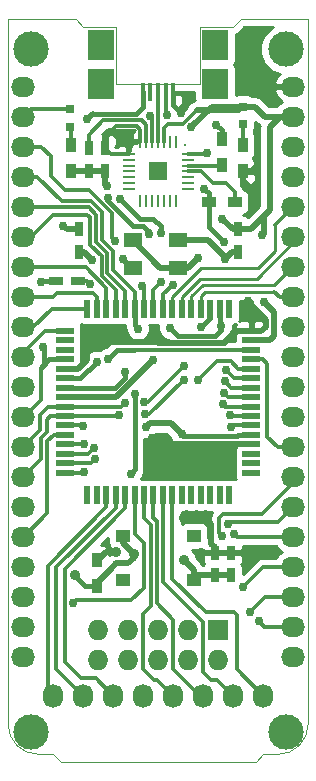
<source format=gbr>
G04 #@! TF.FileFunction,Copper,L1,Top,Signal*
%FSLAX46Y46*%
G04 Gerber Fmt 4.6, Leading zero omitted, Abs format (unit mm)*
G04 Created by KiCad (PCBNEW (2015-01-16 BZR 5376)-product) date 01-Oct-16 1:27:22 PM*
%MOMM*%
G01*
G04 APERTURE LIST*
%ADD10C,0.150000*%
%ADD11C,0.100000*%
%ADD12R,0.400000X1.500000*%
%ADD13R,2.200000X2.500000*%
%ADD14C,3.000000*%
%ADD15O,1.727200X2.032000*%
%ADD16O,2.032000X1.727200*%
%ADD17R,1.727200X1.727200*%
%ADD18O,1.727200X1.727200*%
%ADD19R,0.750000X1.200000*%
%ADD20R,0.797560X0.797560*%
%ADD21R,0.600000X1.500000*%
%ADD22R,1.500000X0.600000*%
%ADD23R,0.900000X1.200000*%
%ADD24R,1.200000X0.750000*%
%ADD25R,0.231140X1.000760*%
%ADD26R,1.000760X0.231140*%
%ADD27R,1.501140X1.501140*%
%ADD28C,0.299720*%
%ADD29R,1.200000X0.900000*%
%ADD30R,1.200000X1.100000*%
%ADD31R,1.600000X1.300000*%
%ADD32C,0.760000*%
%ADD33C,0.910000*%
%ADD34C,0.508000*%
%ADD35C,0.381000*%
%ADD36C,0.304800*%
%ADD37C,0.254000*%
G04 APERTURE END LIST*
D10*
D11*
X69850000Y-103505000D02*
X68580000Y-103505000D01*
X88900000Y-103505000D02*
X87630000Y-103505000D01*
X86995000Y-104140000D02*
X87630000Y-103505000D01*
X70485000Y-104140000D02*
X86995000Y-104140000D01*
X69850000Y-103505000D02*
X70485000Y-104140000D01*
X82296000Y-41910000D02*
X82550000Y-41910000D01*
X75184000Y-41910000D02*
X74930000Y-41910000D01*
X85090000Y-41910000D02*
X82550000Y-41910000D01*
X85725000Y-41275000D02*
X85090000Y-41910000D01*
X91440000Y-41275000D02*
X85725000Y-41275000D01*
X91440000Y-41910000D02*
X91440000Y-41275000D01*
X72390000Y-41910000D02*
X74930000Y-41910000D01*
X71755000Y-41275000D02*
X72390000Y-41910000D01*
X66040000Y-41275000D02*
X71755000Y-41275000D01*
X66040000Y-41910000D02*
X66040000Y-41275000D01*
X82296000Y-46736000D02*
X82296000Y-41910000D01*
X75184000Y-46736000D02*
X82296000Y-46736000D01*
X75184000Y-41910000D02*
X75184000Y-46736000D01*
X66040000Y-100965000D02*
X66040000Y-100330000D01*
X91440000Y-100330000D02*
X91440000Y-100965000D01*
X66040000Y-100965000D02*
G75*
G03X68580000Y-103505000I2540000J0D01*
G01*
X88900000Y-103505000D02*
G75*
G03X91440000Y-100965000I0J2540000D01*
G01*
X91440000Y-41910000D02*
X91440000Y-45720000D01*
X66040000Y-45720000D02*
X66040000Y-41910000D01*
X91440000Y-100330000D02*
X91440000Y-96520000D01*
X66040000Y-96520000D02*
X66040000Y-100330000D01*
X66040000Y-46990000D02*
X66040000Y-45720000D01*
X91440000Y-46990000D02*
X91440000Y-45720000D01*
X91440000Y-96520000D02*
X91440000Y-46990000D01*
X66040000Y-46990000D02*
X66040000Y-96520000D01*
D12*
X80040000Y-47445600D03*
X79390000Y-47445600D03*
X78740000Y-47445600D03*
X78090000Y-47445600D03*
X77440000Y-47445600D03*
D13*
X83565000Y-46745600D03*
X83565000Y-43445600D03*
X73915000Y-46745600D03*
X73915000Y-43445600D03*
D14*
X89535000Y-101600000D03*
X67945000Y-43815000D03*
X89535000Y-43815000D03*
X67945000Y-101600000D03*
D15*
X69850000Y-98552000D03*
X72390000Y-98552000D03*
X74930000Y-98552000D03*
X77470000Y-98552000D03*
X80010000Y-98552000D03*
X82550000Y-98552000D03*
X85090000Y-98552000D03*
X87630000Y-98552000D03*
D16*
X90170000Y-72390000D03*
X90170000Y-74930000D03*
X90170000Y-77470000D03*
X90170000Y-80010000D03*
X90170000Y-82550000D03*
X90170000Y-85090000D03*
X90170000Y-87630000D03*
X90170000Y-90170000D03*
X90170000Y-92710000D03*
X90170000Y-95250000D03*
X90170000Y-69850000D03*
X90170000Y-67310000D03*
X90170000Y-64770000D03*
X90170000Y-62230000D03*
X90170000Y-59690000D03*
X90170000Y-57150000D03*
X90170000Y-54610000D03*
X90170000Y-52070000D03*
X90170000Y-49530000D03*
X90170000Y-46990000D03*
X67310000Y-72390000D03*
X67310000Y-74930000D03*
X67310000Y-77470000D03*
X67310000Y-80010000D03*
X67310000Y-82550000D03*
X67310000Y-85090000D03*
X67310000Y-87630000D03*
X67310000Y-90170000D03*
X67310000Y-92710000D03*
X67310000Y-95250000D03*
X67310000Y-46990000D03*
X67310000Y-49530000D03*
X67310000Y-52070000D03*
X67310000Y-54610000D03*
X67310000Y-57150000D03*
X67310000Y-59690000D03*
X67310000Y-62230000D03*
X67310000Y-64770000D03*
X67310000Y-67310000D03*
X67310000Y-69850000D03*
D17*
X83820000Y-92964000D03*
D18*
X83820000Y-95504000D03*
X81280000Y-92964000D03*
X81280000Y-95504000D03*
X78740000Y-92964000D03*
X78740000Y-95504000D03*
X76200000Y-92964000D03*
X76200000Y-95504000D03*
X73660000Y-92964000D03*
X73660000Y-95504000D03*
D19*
X72034400Y-59044800D03*
X72034400Y-60944800D03*
X85496400Y-59044800D03*
X85496400Y-60944800D03*
X83515200Y-86426000D03*
X83515200Y-88326000D03*
X84886800Y-86426000D03*
X84886800Y-88326000D03*
D20*
X71272400Y-48882300D03*
X71272400Y-50380900D03*
X85902800Y-50177700D03*
X85902800Y-48679100D03*
D21*
X84740000Y-65760000D03*
X83940000Y-65760000D03*
X83140000Y-65760000D03*
X82340000Y-65760000D03*
X81540000Y-65760000D03*
X80740000Y-65760000D03*
X79940000Y-65760000D03*
X79140000Y-65760000D03*
X78340000Y-65760000D03*
X77540000Y-65760000D03*
X76740000Y-65760000D03*
X75940000Y-65760000D03*
X75140000Y-65760000D03*
X74340000Y-65760000D03*
X73540000Y-65760000D03*
X72740000Y-65760000D03*
D22*
X70840000Y-67660000D03*
X70840000Y-68460000D03*
X70840000Y-69260000D03*
X70840000Y-70060000D03*
X70840000Y-70860000D03*
X70840000Y-71660000D03*
X70840000Y-72460000D03*
X70840000Y-73260000D03*
X70840000Y-74060000D03*
X70840000Y-74860000D03*
X70840000Y-75660000D03*
X70840000Y-76460000D03*
X70840000Y-77260000D03*
X70840000Y-78060000D03*
X70840000Y-78860000D03*
X70840000Y-79660000D03*
D21*
X72740000Y-81560000D03*
X73540000Y-81560000D03*
X74340000Y-81560000D03*
X75140000Y-81560000D03*
X75940000Y-81560000D03*
X76740000Y-81560000D03*
X77540000Y-81560000D03*
X78340000Y-81560000D03*
X79140000Y-81560000D03*
X79940000Y-81560000D03*
X80740000Y-81560000D03*
X81540000Y-81560000D03*
X82340000Y-81560000D03*
X83140000Y-81560000D03*
X83940000Y-81560000D03*
X84740000Y-81560000D03*
D22*
X86640000Y-79660000D03*
X86640000Y-78860000D03*
X86640000Y-78060000D03*
X86640000Y-77260000D03*
X86640000Y-76460000D03*
X86640000Y-75660000D03*
X86640000Y-74860000D03*
X86640000Y-74060000D03*
X86640000Y-73260000D03*
X86640000Y-72460000D03*
X86640000Y-71660000D03*
X86640000Y-70860000D03*
X86640000Y-70060000D03*
X86640000Y-69260000D03*
X86640000Y-68460000D03*
X86640000Y-67660000D03*
D23*
X73533000Y-89238000D03*
X73533000Y-87038000D03*
X71323200Y-51884400D03*
X71323200Y-54084400D03*
X85902800Y-54135200D03*
X85902800Y-51935200D03*
D19*
X74269600Y-52186800D03*
X74269600Y-54086800D03*
X72847200Y-54086800D03*
X72847200Y-52186800D03*
D24*
X71968400Y-63449200D03*
X70068400Y-63449200D03*
D23*
X84124800Y-51427200D03*
X84124800Y-53627200D03*
D25*
X77238860Y-51653440D03*
X77739240Y-51653440D03*
X78239620Y-51653440D03*
X78740000Y-51653440D03*
X79240380Y-51653440D03*
X79740760Y-51653440D03*
X80241140Y-51653440D03*
D26*
X81239360Y-52651660D03*
X81239360Y-53152040D03*
X81239360Y-53652420D03*
X81239360Y-54152800D03*
X81239360Y-54653180D03*
X81239360Y-55153560D03*
X81239360Y-55653940D03*
D25*
X80241140Y-56652160D03*
X79740760Y-56652160D03*
X79240380Y-56652160D03*
X78740000Y-56652160D03*
X78239620Y-56652160D03*
X77739240Y-56652160D03*
X77238860Y-56652160D03*
D26*
X76240640Y-55653940D03*
X76240640Y-55153560D03*
X76240640Y-54653180D03*
X76240640Y-54152800D03*
X76240640Y-53652420D03*
X76240640Y-53152040D03*
X76240640Y-52651660D03*
D27*
X78740000Y-54152800D03*
D28*
X80990440Y-51902360D03*
D29*
X83024800Y-56743600D03*
X85224800Y-56743600D03*
D30*
X75740260Y-85018880D03*
X81739740Y-88717120D03*
X75740260Y-88717120D03*
X81739740Y-85018880D03*
D31*
X76586000Y-62300500D03*
X80386000Y-62300500D03*
X80386000Y-60000500D03*
X76586000Y-60000500D03*
D32*
X78092300Y-79806800D03*
X78384400Y-67818000D03*
X78232000Y-76708000D03*
X86868000Y-55930800D03*
X86309200Y-65125600D03*
X87122000Y-50749200D03*
X80670400Y-49174400D03*
X74726800Y-50800000D03*
D33*
X80899000Y-83502500D03*
X82359500Y-86487000D03*
X75184000Y-86360000D03*
D32*
X68986400Y-69037200D03*
X68783200Y-63550800D03*
D33*
X71729600Y-88290400D03*
X76657200Y-86512400D03*
D32*
X84023200Y-67259200D03*
X83667600Y-50190400D03*
X79717900Y-67373500D03*
X78955900Y-59359800D03*
X75526900Y-56476900D03*
X76403200Y-79743300D03*
X77012800Y-67462400D03*
X76758800Y-72999600D03*
X84328000Y-60147200D03*
X82397600Y-67310000D03*
X82651600Y-55626000D03*
X82143600Y-61468000D03*
X80721200Y-76403200D03*
X73558400Y-70256400D03*
X87528400Y-59537600D03*
X87680800Y-65227200D03*
X70713600Y-58775600D03*
X84175600Y-58166000D03*
X72745600Y-49733200D03*
X74371200Y-55422800D03*
X77749400Y-75755500D03*
X81546700Y-50419000D03*
D33*
X80899000Y-87058500D03*
D32*
X73152000Y-61658500D03*
X75755500Y-61595000D03*
X75946000Y-71132700D03*
X84378800Y-61569600D03*
X78282800Y-70154800D03*
X77406500Y-63881000D03*
X75082400Y-60045600D03*
X72390000Y-75692000D03*
X72440800Y-77266800D03*
X73304400Y-77571600D03*
X73406000Y-78536800D03*
X72440800Y-79603600D03*
X71539100Y-90728800D03*
X84937600Y-75793600D03*
X84785200Y-74777600D03*
X87274400Y-92252800D03*
X84226400Y-73863200D03*
X86512400Y-91440000D03*
X84277200Y-72898000D03*
X85902800Y-89357200D03*
X84378800Y-71932800D03*
X85191600Y-84886800D03*
X84480400Y-70967600D03*
X84632800Y-84023200D03*
X82143600Y-71780400D03*
X84175600Y-85039200D03*
X79959200Y-63754000D03*
X78943200Y-63550800D03*
X75895200Y-73761600D03*
X77571600Y-73710800D03*
X80924400Y-70662800D03*
X80924400Y-71780400D03*
X77622400Y-74726800D03*
X75387200Y-74777600D03*
X74472800Y-70053200D03*
X77978000Y-59436000D03*
X72999600Y-63703200D03*
X82854800Y-52578000D03*
X74536300Y-56388000D03*
X79451200Y-49377600D03*
X78028800Y-49479200D03*
D34*
X78232000Y-78486000D02*
X78232000Y-79667100D01*
D35*
X78232000Y-79667100D02*
X78092300Y-79806800D01*
D34*
X78232000Y-76708000D02*
X78232000Y-78486000D01*
D35*
X78232000Y-78486000D02*
X78232000Y-78638400D01*
X77622400Y-68580000D02*
X76809600Y-68580000D01*
X78384400Y-67818000D02*
X77622400Y-68580000D01*
D34*
X81686400Y-77260000D02*
X78784000Y-77260000D01*
X78784000Y-77260000D02*
X78232000Y-76708000D01*
X86640000Y-77260000D02*
X81686400Y-77260000D01*
D35*
X81686400Y-77260000D02*
X80816000Y-77260000D01*
X78638400Y-68580000D02*
X82753200Y-68580000D01*
X82753200Y-68580000D02*
X82727800Y-68605400D01*
X82727800Y-68605400D02*
X84201000Y-68605400D01*
X84201000Y-68605400D02*
X85146400Y-67660000D01*
X85146400Y-67660000D02*
X86640000Y-67660000D01*
D34*
X76708000Y-68580000D02*
X78638400Y-68580000D01*
X74980800Y-68580000D02*
X76708000Y-68580000D01*
X70840000Y-70860000D02*
X71989600Y-70860000D01*
X73558400Y-68580000D02*
X74980800Y-68580000D01*
D35*
X74980800Y-68580000D02*
X75031600Y-68580000D01*
D34*
X72694800Y-69443600D02*
X73558400Y-68580000D01*
X72694800Y-70154800D02*
X72694800Y-69443600D01*
X71989600Y-70860000D02*
X72694800Y-70154800D01*
X86640000Y-67660000D02*
X87483200Y-67660000D01*
X86868000Y-55930800D02*
X85902800Y-54965600D01*
X85902800Y-54965600D02*
X85902800Y-54135200D01*
X87483200Y-67660000D02*
X87833200Y-67310000D01*
X87833200Y-67310000D02*
X87833200Y-66751200D01*
X87833200Y-66751200D02*
X86309200Y-65227200D01*
D35*
X86309200Y-65227200D02*
X86309200Y-65125600D01*
D34*
X85902800Y-54135200D02*
X86682400Y-54135200D01*
X86682400Y-54135200D02*
X87122000Y-53695600D01*
X87122000Y-53695600D02*
X87122000Y-50749200D01*
D35*
X80040000Y-47445600D02*
X80040000Y-48544000D01*
X80040000Y-48544000D02*
X80670400Y-49174400D01*
D34*
X74269600Y-52186800D02*
X74269600Y-51257200D01*
X74269600Y-51257200D02*
X74726800Y-50800000D01*
D36*
X76240640Y-52651660D02*
X74734460Y-52651660D01*
X74734460Y-52651660D02*
X74269600Y-52186800D01*
X77238860Y-51653440D02*
X77238860Y-50670460D01*
X75184000Y-50342800D02*
X74269600Y-51257200D01*
X76911200Y-50342800D02*
X75184000Y-50342800D01*
X77238860Y-50670460D02*
X76911200Y-50342800D01*
D34*
X73533000Y-87038000D02*
X73533000Y-86741000D01*
X83515200Y-86426000D02*
X84886800Y-86426000D01*
X85273400Y-67660000D02*
X84289900Y-68643500D01*
D35*
X84289900Y-68643500D02*
X78740000Y-68643500D01*
X78740000Y-68643500D02*
X78384400Y-68287900D01*
D34*
X78384400Y-68287900D02*
X78384400Y-67818000D01*
X86640000Y-67660000D02*
X85273400Y-67660000D01*
X83515200Y-86426000D02*
X83515200Y-85991700D01*
X81026000Y-83375500D02*
X80899000Y-83502500D01*
X83515200Y-85991700D02*
X83185000Y-85661500D01*
X82550000Y-83375500D02*
X81470500Y-83375500D01*
X83185000Y-84010500D02*
X82550000Y-83375500D01*
X83185000Y-85661500D02*
X83185000Y-84010500D01*
X81470500Y-83375500D02*
X81026000Y-83375500D01*
X82359500Y-86487000D02*
X82420500Y-86426000D01*
X82420500Y-86426000D02*
X83515200Y-86426000D01*
X74320400Y-86360000D02*
X75184000Y-86360000D01*
X73642400Y-87038000D02*
X74320400Y-86360000D01*
X73533000Y-87038000D02*
X73642400Y-87038000D01*
D35*
X70840000Y-70060000D02*
X69538400Y-70060000D01*
X69538400Y-70060000D02*
X68834000Y-70764400D01*
X70068400Y-63449200D02*
X68884800Y-63449200D01*
X69113400Y-69164200D02*
X69113400Y-70485000D01*
X68986400Y-69037200D02*
X69113400Y-69164200D01*
X68884800Y-63449200D02*
X68783200Y-63550800D01*
D36*
X67411600Y-74930000D02*
X67310000Y-74930000D01*
X69538400Y-70060000D02*
X69113400Y-70485000D01*
X69113400Y-70485000D02*
X68834000Y-70764400D01*
X68834000Y-70764400D02*
X68834000Y-73507600D01*
X68834000Y-73507600D02*
X67411600Y-74930000D01*
D35*
X72524800Y-89238000D02*
X71729600Y-88442800D01*
X71729600Y-88442800D02*
X71729600Y-88290400D01*
X73533000Y-89238000D02*
X72524800Y-89238000D01*
X73533000Y-89238000D02*
X73533000Y-88963500D01*
D34*
X76657200Y-86512400D02*
X75740260Y-85595460D01*
X75740260Y-85595460D02*
X75740260Y-85018880D01*
X73533000Y-89238000D02*
X73533000Y-88976200D01*
X76657200Y-86868000D02*
X76200000Y-87325200D01*
X76200000Y-87325200D02*
X75184000Y-87325200D01*
X75184000Y-87325200D02*
X74726800Y-87782400D01*
X74726800Y-87782400D02*
X73533000Y-88976200D01*
X76657200Y-86512400D02*
X76657200Y-86868000D01*
D35*
X83940000Y-65760000D02*
X83940000Y-67176000D01*
X83940000Y-67176000D02*
X84023200Y-67259200D01*
X84124800Y-51427200D02*
X84124800Y-50647600D01*
X84124800Y-50647600D02*
X83667600Y-50190400D01*
X78955900Y-59359800D02*
X79057500Y-59258200D01*
X81953100Y-68046598D02*
X80390998Y-68046598D01*
X84023200Y-67589400D02*
X83566002Y-68046598D01*
X83566002Y-68046598D02*
X81953100Y-68046598D01*
X84023200Y-67259200D02*
X84023200Y-67589400D01*
X80390998Y-68046598D02*
X79717900Y-67373500D01*
X77228700Y-58178700D02*
X75526900Y-56476900D01*
X78333600Y-58178700D02*
X77228700Y-58178700D01*
X78955900Y-58801000D02*
X78333600Y-58178700D01*
X78955900Y-59359800D02*
X78955900Y-58801000D01*
X76758800Y-76720700D02*
X76758800Y-79387700D01*
X76758800Y-79387700D02*
X76403200Y-79743300D01*
X76740000Y-65760000D02*
X76740000Y-67189600D01*
X76740000Y-67189600D02*
X77012800Y-67462400D01*
X76758800Y-78282800D02*
X76758800Y-76720700D01*
X76758800Y-76720700D02*
X76758800Y-72999600D01*
D36*
X68478400Y-54610000D02*
X67310000Y-54610000D01*
X70561200Y-56692800D02*
X68478400Y-54610000D01*
X73050400Y-56692800D02*
X70561200Y-56692800D01*
X73964800Y-57607200D02*
X73050400Y-56692800D01*
X74930000Y-62534800D02*
X74930000Y-60896500D01*
X76740000Y-65760000D02*
X76740000Y-64344800D01*
X76740000Y-64344800D02*
X74930000Y-62534800D01*
X73964800Y-59931300D02*
X74930000Y-60896500D01*
X73964800Y-57607200D02*
X73964800Y-59931300D01*
D35*
X83024800Y-58844000D02*
X83024800Y-56743600D01*
X84328000Y-60147200D02*
X83024800Y-58844000D01*
X83140000Y-66567600D02*
X82397600Y-67310000D01*
D36*
X71272400Y-48882300D02*
X67957700Y-48882300D01*
X67957700Y-48882300D02*
X67310000Y-49530000D01*
D35*
X83140000Y-66567600D02*
X82397600Y-67310000D01*
X83140000Y-65760000D02*
X83140000Y-66567600D01*
X83024800Y-56743600D02*
X83024800Y-55999200D01*
X83024800Y-55999200D02*
X82651600Y-55626000D01*
D34*
X80386000Y-62300500D02*
X81311100Y-62300500D01*
X81311100Y-62300500D02*
X82143600Y-61468000D01*
D35*
X85394800Y-76555600D02*
X80873600Y-76555600D01*
X85490400Y-76460000D02*
X85394800Y-76555600D01*
X86640000Y-76460000D02*
X85490400Y-76460000D01*
X80873600Y-76555600D02*
X80721200Y-76403200D01*
X73558400Y-70256400D02*
X72154800Y-71660000D01*
X72154800Y-71660000D02*
X70840000Y-71660000D01*
D34*
X86640000Y-68460000D02*
X88207200Y-68460000D01*
X87680800Y-59385200D02*
X87680800Y-57962800D01*
D35*
X87528400Y-59537600D02*
X87680800Y-59385200D01*
D34*
X88544400Y-66090800D02*
X87680800Y-65227200D01*
X88544400Y-68122800D02*
X88544400Y-66090800D01*
X88207200Y-68460000D02*
X88544400Y-68122800D01*
D35*
X70982800Y-59044800D02*
X70713600Y-58775600D01*
D34*
X84175600Y-58166000D02*
X85054400Y-59044800D01*
X85054400Y-59044800D02*
X85496400Y-59044800D01*
X85496400Y-59044800D02*
X86598800Y-59044800D01*
X89052400Y-49530000D02*
X90170000Y-49530000D01*
X88188800Y-50393600D02*
X89052400Y-49530000D01*
X88188800Y-57454800D02*
X88188800Y-50393600D01*
X86598800Y-59044800D02*
X87680800Y-57962800D01*
X87680800Y-57962800D02*
X88188800Y-57454800D01*
D35*
X85496400Y-59044800D02*
X85836800Y-59044800D01*
X77440000Y-48696400D02*
X76860400Y-49276000D01*
X76860400Y-49276000D02*
X73202800Y-49276000D01*
D34*
X73202800Y-49276000D02*
X72745600Y-49733200D01*
D35*
X77440000Y-47445600D02*
X77440000Y-48696400D01*
D34*
X74269600Y-55321200D02*
X74269600Y-54086800D01*
D35*
X74371200Y-55422800D02*
X74269600Y-55321200D01*
D36*
X79240380Y-51653440D02*
X79240380Y-50452020D01*
D34*
X81991200Y-48971200D02*
X85610700Y-48971200D01*
D36*
X80822800Y-50139600D02*
X81991200Y-48971200D01*
X79552800Y-50139600D02*
X80822800Y-50139600D01*
X79240380Y-50452020D02*
X79552800Y-50139600D01*
X85610700Y-48971200D02*
X85902800Y-48679100D01*
D34*
X86931500Y-48679100D02*
X87782400Y-49530000D01*
X85902800Y-48679100D02*
X86931500Y-48679100D01*
X87782400Y-49530000D02*
X90170000Y-49530000D01*
X72847200Y-54086800D02*
X71325600Y-54086800D01*
D36*
X71325600Y-54086800D02*
X71323200Y-54084400D01*
D34*
X74269600Y-54086800D02*
X72847200Y-54086800D01*
X84886800Y-88326000D02*
X83515200Y-88326000D01*
X77749400Y-75755500D02*
X78016100Y-75488800D01*
X78016100Y-75488800D02*
X79806800Y-75488800D01*
X79806800Y-75488800D02*
X80721200Y-76403200D01*
X81546700Y-50419000D02*
X83286600Y-48679100D01*
X83286600Y-48679100D02*
X85902800Y-48679100D01*
X70982800Y-59044800D02*
X70713600Y-58775600D01*
X72034400Y-59044800D02*
X70982800Y-59044800D01*
X82130860Y-88326000D02*
X81739740Y-88717120D01*
X83515200Y-88326000D02*
X82130860Y-88326000D01*
X81739740Y-87899240D02*
X80899000Y-87058500D01*
X81739740Y-88717120D02*
X81739740Y-87899240D01*
X78886000Y-62300500D02*
X76586000Y-60000500D01*
X80386000Y-62300500D02*
X78886000Y-62300500D01*
D35*
X70840000Y-72460000D02*
X73488400Y-72460000D01*
D34*
X73152000Y-61658500D02*
X72438300Y-60944800D01*
X72438300Y-60944800D02*
X72034400Y-60944800D01*
X76461000Y-62300500D02*
X75755500Y-61595000D01*
X76586000Y-62300500D02*
X76461000Y-62300500D01*
D35*
X75101300Y-72460000D02*
X75946000Y-71615300D01*
X75946000Y-71615300D02*
X75946000Y-71132700D01*
X70840000Y-72460000D02*
X75101300Y-72460000D01*
D34*
X84378800Y-61569600D02*
X84378800Y-61417200D01*
X82149300Y-60000500D02*
X80386000Y-60000500D01*
X82962100Y-60000500D02*
X82149300Y-60000500D01*
X84378800Y-61417200D02*
X82962100Y-60000500D01*
X85003600Y-60944800D02*
X85496400Y-60944800D01*
X84378800Y-61569600D02*
X85003600Y-60944800D01*
X70840000Y-73260000D02*
X75177600Y-73260000D01*
X75177600Y-73260000D02*
X78282800Y-70154800D01*
D36*
X71323200Y-51884400D02*
X71323200Y-50431700D01*
X71323200Y-50431700D02*
X71272400Y-50380900D01*
X85902800Y-51935200D02*
X85902800Y-50177700D01*
X68834000Y-52070000D02*
X67310000Y-52070000D01*
X69646800Y-52882800D02*
X68834000Y-52070000D01*
X69646800Y-54559200D02*
X69646800Y-52882800D01*
X70815200Y-55727600D02*
X69646800Y-54559200D01*
X72542400Y-55727600D02*
X70815200Y-55727600D01*
X72834500Y-55727600D02*
X72542400Y-55727600D01*
X77540000Y-64014500D02*
X77406500Y-63881000D01*
X75082400Y-60045600D02*
X74828400Y-59791600D01*
X74828400Y-59791600D02*
X74828400Y-57708800D01*
X74828400Y-57708800D02*
X72847200Y-55727600D01*
X72847200Y-55727600D02*
X72542400Y-55727600D01*
X77540000Y-65760000D02*
X77540000Y-64014500D01*
X72847200Y-57200800D02*
X67360800Y-57200800D01*
X73482200Y-57835800D02*
X72847200Y-57200800D01*
X75940000Y-65760000D02*
X75940000Y-64256000D01*
X74422000Y-62738000D02*
X74422000Y-61087000D01*
X75940000Y-64256000D02*
X74422000Y-62738000D01*
X67360800Y-57200800D02*
X67310000Y-57150000D01*
X73482200Y-60147200D02*
X74422000Y-61087000D01*
X73482200Y-57835800D02*
X73482200Y-60147200D01*
X72967850Y-58032650D02*
X72745600Y-57810400D01*
X69850000Y-57810400D02*
X67970400Y-59690000D01*
X72745600Y-57810400D02*
X69850000Y-57810400D01*
X67970400Y-59690000D02*
X67310000Y-59690000D01*
X73964798Y-62991998D02*
X73964798Y-61341000D01*
X75140000Y-65760000D02*
X75140000Y-64167200D01*
X75140000Y-64167200D02*
X73964798Y-62991998D01*
X72967850Y-60344052D02*
X73964798Y-61341000D01*
X72967850Y-58032650D02*
X72967850Y-60344052D01*
X74340000Y-65760000D02*
X74340000Y-64027600D01*
X72593200Y-62280800D02*
X67360800Y-62280800D01*
X74340000Y-64027600D02*
X72593200Y-62280800D01*
X67360800Y-62280800D02*
X67310000Y-62230000D01*
X73540000Y-65760000D02*
X73540000Y-64802400D01*
X69850000Y-64770000D02*
X67310000Y-64770000D01*
X70154800Y-64465200D02*
X69850000Y-64770000D01*
X73202800Y-64465200D02*
X70154800Y-64465200D01*
X73540000Y-64802400D02*
X73202800Y-64465200D01*
X72740000Y-65760000D02*
X69723600Y-65760000D01*
X69723600Y-65760000D02*
X68173600Y-67310000D01*
X68173600Y-67310000D02*
X67310000Y-67310000D01*
D35*
X67310000Y-69799200D02*
X67310000Y-69850000D01*
D36*
X67310000Y-69494400D02*
X67310000Y-69850000D01*
X69144400Y-67660000D02*
X67310000Y-69494400D01*
X70840000Y-67660000D02*
X69144400Y-67660000D01*
X72358000Y-75660000D02*
X72390000Y-75692000D01*
X70840000Y-75660000D02*
X72358000Y-75660000D01*
X67360800Y-85090000D02*
X67310000Y-85090000D01*
X69894800Y-76460000D02*
X69342000Y-77012800D01*
X69342000Y-77012800D02*
X69342000Y-83108800D01*
X69342000Y-83108800D02*
X67360800Y-85090000D01*
X70840000Y-76460000D02*
X69894800Y-76460000D01*
X72434000Y-77260000D02*
X72440800Y-77266800D01*
X70840000Y-77260000D02*
X72434000Y-77260000D01*
X72816000Y-78060000D02*
X73304400Y-77571600D01*
X70840000Y-78060000D02*
X72816000Y-78060000D01*
X73082800Y-78860000D02*
X73406000Y-78536800D01*
X70840000Y-78860000D02*
X73082800Y-78860000D01*
X72384400Y-79660000D02*
X72440800Y-79603600D01*
X70840000Y-79660000D02*
X72384400Y-79660000D01*
X69392800Y-98094800D02*
X69850000Y-98552000D01*
X74340000Y-82581200D02*
X69392800Y-87528400D01*
X69392800Y-87528400D02*
X69392800Y-98094800D01*
X74340000Y-81560000D02*
X74340000Y-82581200D01*
X75140000Y-82644800D02*
X70104000Y-87680800D01*
X70104000Y-87680800D02*
X70104000Y-96266000D01*
X70104000Y-96266000D02*
X72390000Y-98552000D01*
X75140000Y-81560000D02*
X75140000Y-82644800D01*
X75940000Y-82657600D02*
X70815200Y-87782400D01*
X70815200Y-87782400D02*
X70815200Y-95656400D01*
X70815200Y-95656400D02*
X72237600Y-97078800D01*
X72237600Y-97078800D02*
X73456800Y-97078800D01*
X73456800Y-97078800D02*
X74930000Y-98552000D01*
X75940000Y-81560000D02*
X75940000Y-82657600D01*
X76466700Y-90462100D02*
X71805800Y-90462100D01*
X71805800Y-90462100D02*
X71539100Y-90728800D01*
X76740000Y-81560000D02*
X76740000Y-84817200D01*
X77520800Y-89408000D02*
X76466700Y-90462100D01*
X77520800Y-85598000D02*
X77520800Y-89408000D01*
X76740000Y-84817200D02*
X77520800Y-85598000D01*
X77540000Y-81560000D02*
X77540000Y-83534400D01*
X78130400Y-90982800D02*
X77470000Y-91643200D01*
X78130400Y-84124800D02*
X78130400Y-90982800D01*
X77540000Y-83534400D02*
X78130400Y-84124800D01*
X78638400Y-97180400D02*
X80010000Y-98552000D01*
X77470000Y-92710000D02*
X77470000Y-91643200D01*
X77470000Y-93319600D02*
X77470000Y-96266000D01*
X77470000Y-92710000D02*
X77470000Y-93319600D01*
X77470000Y-96266000D02*
X78384400Y-97180400D01*
X78384400Y-97180400D02*
X78638400Y-97180400D01*
D37*
X82340000Y-64662500D02*
X82677000Y-64325500D01*
X82677000Y-64325500D02*
X88582500Y-64325500D01*
D36*
X88582500Y-64325500D02*
X89027000Y-64770000D01*
X89027000Y-64770000D02*
X90170000Y-64770000D01*
D37*
X82340000Y-65760000D02*
X82340000Y-64662500D01*
D36*
X78340000Y-82600800D02*
X78340000Y-83470800D01*
X78638400Y-90728800D02*
X80010000Y-92100400D01*
X78638400Y-83769200D02*
X78638400Y-90728800D01*
X78340000Y-83470800D02*
X78638400Y-83769200D01*
X82296000Y-98552000D02*
X82550000Y-98552000D01*
X80010000Y-92100400D02*
X80010000Y-96266000D01*
X80010000Y-96266000D02*
X82296000Y-98552000D01*
X78340000Y-81560000D02*
X78340000Y-82600800D01*
X79140000Y-88919000D02*
X82550000Y-92329000D01*
X82550000Y-92329000D02*
X82550000Y-96520000D01*
X82550000Y-96520000D02*
X83210400Y-97180400D01*
X83210400Y-97180400D02*
X83718400Y-97180400D01*
X83718400Y-97180400D02*
X85090000Y-98552000D01*
X79140000Y-81560000D02*
X79140000Y-88919000D01*
X79940000Y-88639500D02*
X82791300Y-91490800D01*
X82791300Y-91490800D02*
X85191600Y-91490800D01*
X85191600Y-91490800D02*
X85394800Y-91694000D01*
X85394800Y-91694000D02*
X85394800Y-96316800D01*
X85394800Y-96316800D02*
X87630000Y-98552000D01*
X79940000Y-81560000D02*
X79940000Y-88639500D01*
D37*
X81540000Y-64713200D02*
X82499200Y-63754000D01*
X82499200Y-63754000D02*
X88646000Y-63754000D01*
D36*
X88646000Y-63754000D02*
X90170000Y-62230000D01*
D37*
X81540000Y-65760000D02*
X81540000Y-64713200D01*
D36*
X85071200Y-75660000D02*
X84937600Y-75793600D01*
X86640000Y-75660000D02*
X85071200Y-75660000D01*
X84867600Y-74860000D02*
X84785200Y-74777600D01*
X87274400Y-92252800D02*
X87731600Y-92710000D01*
X87731600Y-92710000D02*
X90170000Y-92710000D01*
X86640000Y-74860000D02*
X84867600Y-74860000D01*
X84423200Y-74060000D02*
X84226400Y-73863200D01*
X86512400Y-91440000D02*
X87782400Y-90170000D01*
X87782400Y-90170000D02*
X90170000Y-90170000D01*
X86640000Y-74060000D02*
X84423200Y-74060000D01*
X84639200Y-73260000D02*
X84277200Y-72898000D01*
X85902800Y-89357200D02*
X87630000Y-87630000D01*
X87630000Y-87630000D02*
X90170000Y-87630000D01*
X86640000Y-73260000D02*
X84639200Y-73260000D01*
X84906000Y-72460000D02*
X84378800Y-71932800D01*
X86640000Y-72460000D02*
X84906000Y-72460000D01*
X85191600Y-84886800D02*
X85394800Y-85090000D01*
X85394800Y-85090000D02*
X90170000Y-85090000D01*
X85172800Y-71660000D02*
X84480400Y-70967600D01*
X84632800Y-84023200D02*
X84836000Y-83820000D01*
X84836000Y-83820000D02*
X88900000Y-83820000D01*
X88900000Y-83820000D02*
X90170000Y-82550000D01*
X86640000Y-71660000D02*
X85172800Y-71660000D01*
X90170000Y-60147200D02*
X90170000Y-59690000D01*
D37*
X80740000Y-64802000D02*
X82296000Y-63246000D01*
X82296000Y-63246000D02*
X87071200Y-63246000D01*
X87071200Y-63246000D02*
X90170000Y-60147200D01*
X80740000Y-65760000D02*
X80740000Y-64802000D01*
D36*
X83718400Y-70205600D02*
X82143600Y-71780400D01*
X84886800Y-70205600D02*
X83718400Y-70205600D01*
X86640000Y-70860000D02*
X85541200Y-70860000D01*
X85541200Y-70860000D02*
X84886800Y-70205600D01*
X90170000Y-80518000D02*
X90170000Y-80010000D01*
X87528400Y-83159600D02*
X90170000Y-80518000D01*
X84226400Y-83159600D02*
X87528400Y-83159600D01*
X83921600Y-83464400D02*
X84226400Y-83159600D01*
X83921600Y-84785200D02*
X83921600Y-83464400D01*
X84175600Y-85039200D02*
X83921600Y-84785200D01*
X85541200Y-70860000D02*
X84886800Y-70205600D01*
X87586000Y-70060000D02*
X87985600Y-70459600D01*
X87985600Y-70459600D02*
X87985600Y-76606400D01*
X87985600Y-76606400D02*
X88849200Y-77470000D01*
X88849200Y-77470000D02*
X90170000Y-77470000D01*
X86640000Y-70060000D02*
X87586000Y-70060000D01*
D37*
X79940000Y-64789200D02*
X82397600Y-62331600D01*
X82397600Y-62331600D02*
X87172800Y-62331600D01*
X87172800Y-62331600D02*
X88646000Y-60858400D01*
X88646000Y-60858400D02*
X88646000Y-58674000D01*
D36*
X88646000Y-58674000D02*
X90170000Y-57150000D01*
D37*
X79940000Y-65760000D02*
X79940000Y-64789200D01*
D36*
X79140000Y-64573200D02*
X79959200Y-63754000D01*
X79140000Y-65760000D02*
X79140000Y-64573200D01*
X78340000Y-64154000D02*
X78340000Y-65760000D01*
X78943200Y-63550800D02*
X78340000Y-64154000D01*
X75596800Y-74060000D02*
X70840000Y-74060000D01*
X75895200Y-73761600D02*
X75596800Y-74060000D01*
X77876400Y-73710800D02*
X77571600Y-73710800D01*
X80924400Y-70662800D02*
X77876400Y-73710800D01*
X69450000Y-74060000D02*
X68732400Y-74777600D01*
X70840000Y-74060000D02*
X69450000Y-74060000D01*
X68732400Y-76047600D02*
X67310000Y-77470000D01*
X68732400Y-74777600D02*
X68732400Y-76047600D01*
X80924400Y-71780400D02*
X77978000Y-74726800D01*
X77978000Y-74726800D02*
X77622400Y-74726800D01*
X75387200Y-74777600D02*
X75304800Y-74860000D01*
X75304800Y-74860000D02*
X70840000Y-74860000D01*
X69615202Y-74860000D02*
X69291200Y-75184002D01*
X69291200Y-75184002D02*
X69291200Y-76200000D01*
X69291200Y-76200000D02*
X68783200Y-76708000D01*
X68783200Y-76708000D02*
X68783200Y-78536800D01*
X68783200Y-78536800D02*
X67310000Y-80010000D01*
X70840000Y-74860000D02*
X69615202Y-74860000D01*
D35*
X75266000Y-69260000D02*
X76676800Y-69260000D01*
X74472800Y-70053200D02*
X75266000Y-69260000D01*
D36*
X86640000Y-69260000D02*
X76708000Y-69260000D01*
X77739240Y-51653440D02*
X77739240Y-50205640D01*
X72847200Y-51054000D02*
X72847200Y-52186800D01*
X74066400Y-49834800D02*
X72847200Y-51054000D01*
X77368400Y-49834800D02*
X74066400Y-49834800D01*
X77739240Y-50205640D02*
X77368400Y-49834800D01*
X71968400Y-63449200D02*
X72644000Y-63449200D01*
X72745600Y-63449200D02*
X72999600Y-63703200D01*
X72644000Y-63449200D02*
X72745600Y-63449200D01*
D35*
X77978000Y-59232800D02*
X77978000Y-59436000D01*
D36*
X81239360Y-52651660D02*
X82781140Y-52651660D01*
X82781140Y-52651660D02*
X82854800Y-52578000D01*
D35*
X76631800Y-58737500D02*
X74536300Y-56642000D01*
X74536300Y-56642000D02*
X74536300Y-56388000D01*
X77978000Y-59245500D02*
X77470000Y-58737500D01*
X77470000Y-58737500D02*
X76631800Y-58737500D01*
X77978000Y-59436000D02*
X77978000Y-59245500D01*
D36*
X78239620Y-51653440D02*
X78239620Y-49690020D01*
X79390000Y-49316400D02*
X79390000Y-47445600D01*
X79451200Y-49377600D02*
X79390000Y-49316400D01*
X78239620Y-49690020D02*
X78028800Y-49479200D01*
X78740000Y-51653440D02*
X78740000Y-47445600D01*
X81239360Y-53652420D02*
X84099580Y-53652420D01*
X84099580Y-53652420D02*
X84124800Y-53627200D01*
X81239360Y-54152800D02*
X82397600Y-54152800D01*
X85224800Y-55862400D02*
X85224800Y-56743600D01*
X84480400Y-55118000D02*
X85224800Y-55862400D01*
X83362800Y-55118000D02*
X84480400Y-55118000D01*
X82397600Y-54152800D02*
X83362800Y-55118000D01*
D37*
G36*
X73680000Y-87165000D02*
X73660000Y-87165000D01*
X73660000Y-87185000D01*
X73406000Y-87185000D01*
X73406000Y-87165000D01*
X73386000Y-87165000D01*
X73386000Y-86911000D01*
X73406000Y-86911000D01*
X73406000Y-86891000D01*
X73660000Y-86891000D01*
X73660000Y-86911000D01*
X73680000Y-86911000D01*
X73680000Y-87165000D01*
X73680000Y-87165000D01*
G37*
X73680000Y-87165000D02*
X73660000Y-87165000D01*
X73660000Y-87185000D01*
X73406000Y-87185000D01*
X73406000Y-87165000D01*
X73386000Y-87165000D01*
X73386000Y-86911000D01*
X73406000Y-86911000D01*
X73406000Y-86891000D01*
X73660000Y-86891000D01*
X73660000Y-86911000D01*
X73680000Y-86911000D01*
X73680000Y-87165000D01*
G36*
X75323764Y-86436200D02*
X75184000Y-86436200D01*
X74843794Y-86503871D01*
X74618000Y-86654741D01*
X74618000Y-86311691D01*
X74521327Y-86078302D01*
X74342699Y-85899673D01*
X74109310Y-85803000D01*
X73908152Y-85803000D01*
X74492820Y-85218332D01*
X74492820Y-85568880D01*
X74539797Y-85811003D01*
X74679587Y-86023807D01*
X74890620Y-86166257D01*
X75101228Y-86208492D01*
X75111642Y-86224078D01*
X75323764Y-86436200D01*
X75323764Y-86436200D01*
G37*
X75323764Y-86436200D02*
X75184000Y-86436200D01*
X74843794Y-86503871D01*
X74618000Y-86654741D01*
X74618000Y-86311691D01*
X74521327Y-86078302D01*
X74342699Y-85899673D01*
X74109310Y-85803000D01*
X73908152Y-85803000D01*
X74492820Y-85218332D01*
X74492820Y-85568880D01*
X74539797Y-85811003D01*
X74679587Y-86023807D01*
X74890620Y-86166257D01*
X75101228Y-86208492D01*
X75111642Y-86224078D01*
X75323764Y-86436200D01*
G36*
X76735017Y-68446080D02*
X76676800Y-68434500D01*
X75266000Y-68434500D01*
X74950094Y-68497337D01*
X74682283Y-68676283D01*
X74320499Y-69038066D01*
X74271790Y-69038024D01*
X73898600Y-69192223D01*
X73823314Y-69267376D01*
X73761182Y-69241577D01*
X73357390Y-69241224D01*
X72984200Y-69395423D01*
X72698427Y-69680698D01*
X72543577Y-70053618D01*
X72543533Y-70103832D01*
X72224916Y-70422449D01*
X72237440Y-70360000D01*
X72237440Y-69760000D01*
X72217717Y-69658347D01*
X72237440Y-69560000D01*
X72237440Y-68960000D01*
X72217717Y-68858347D01*
X72237440Y-68760000D01*
X72237440Y-68160000D01*
X72217717Y-68058347D01*
X72237440Y-67960000D01*
X72237440Y-67360000D01*
X72190463Y-67117877D01*
X72178152Y-67099136D01*
X72190360Y-67107377D01*
X72440000Y-67157440D01*
X73040000Y-67157440D01*
X73141652Y-67137717D01*
X73240000Y-67157440D01*
X73840000Y-67157440D01*
X73941652Y-67137717D01*
X74040000Y-67157440D01*
X74640000Y-67157440D01*
X74741652Y-67137717D01*
X74840000Y-67157440D01*
X75440000Y-67157440D01*
X75541652Y-67137717D01*
X75640000Y-67157440D01*
X75914500Y-67157440D01*
X75914500Y-67189600D01*
X75977337Y-67505506D01*
X75997735Y-67536033D01*
X75997735Y-67536034D01*
X75997624Y-67663410D01*
X76151823Y-68036600D01*
X76437098Y-68322373D01*
X76735017Y-68446080D01*
X76735017Y-68446080D01*
G37*
X76735017Y-68446080D02*
X76676800Y-68434500D01*
X75266000Y-68434500D01*
X74950094Y-68497337D01*
X74682283Y-68676283D01*
X74320499Y-69038066D01*
X74271790Y-69038024D01*
X73898600Y-69192223D01*
X73823314Y-69267376D01*
X73761182Y-69241577D01*
X73357390Y-69241224D01*
X72984200Y-69395423D01*
X72698427Y-69680698D01*
X72543577Y-70053618D01*
X72543533Y-70103832D01*
X72224916Y-70422449D01*
X72237440Y-70360000D01*
X72237440Y-69760000D01*
X72217717Y-69658347D01*
X72237440Y-69560000D01*
X72237440Y-68960000D01*
X72217717Y-68858347D01*
X72237440Y-68760000D01*
X72237440Y-68160000D01*
X72217717Y-68058347D01*
X72237440Y-67960000D01*
X72237440Y-67360000D01*
X72190463Y-67117877D01*
X72178152Y-67099136D01*
X72190360Y-67107377D01*
X72440000Y-67157440D01*
X73040000Y-67157440D01*
X73141652Y-67137717D01*
X73240000Y-67157440D01*
X73840000Y-67157440D01*
X73941652Y-67137717D01*
X74040000Y-67157440D01*
X74640000Y-67157440D01*
X74741652Y-67137717D01*
X74840000Y-67157440D01*
X75440000Y-67157440D01*
X75541652Y-67137717D01*
X75640000Y-67157440D01*
X75914500Y-67157440D01*
X75914500Y-67189600D01*
X75977337Y-67505506D01*
X75997735Y-67536033D01*
X75997735Y-67536034D01*
X75997624Y-67663410D01*
X76151823Y-68036600D01*
X76437098Y-68322373D01*
X76735017Y-68446080D01*
G36*
X76976230Y-51780440D02*
X76647040Y-51780440D01*
X76526390Y-51901090D01*
X76488290Y-51939190D01*
X76367640Y-52059840D01*
X76367640Y-52389030D01*
X76113640Y-52389030D01*
X76113640Y-52059840D01*
X75954890Y-51901090D01*
X75866569Y-51901090D01*
X75613950Y-51901090D01*
X75380561Y-51997763D01*
X75279600Y-52098724D01*
X75279600Y-52059798D01*
X75120852Y-52059798D01*
X75279600Y-51901050D01*
X75279600Y-51460491D01*
X75182927Y-51227102D01*
X75004299Y-51048473D01*
X74770910Y-50951800D01*
X74555350Y-50951800D01*
X74396600Y-51110550D01*
X74396600Y-52059800D01*
X74416600Y-52059800D01*
X74416600Y-52313800D01*
X74396600Y-52313800D01*
X74396600Y-52333800D01*
X74142600Y-52333800D01*
X74142600Y-52313800D01*
X74122600Y-52313800D01*
X74122600Y-52059800D01*
X74142600Y-52059800D01*
X74142600Y-51110550D01*
X74023401Y-50991351D01*
X74392552Y-50622200D01*
X76756124Y-50622200D01*
X76584963Y-50793362D01*
X76488290Y-51026751D01*
X76488290Y-51367690D01*
X76647040Y-51526440D01*
X76951840Y-51526440D01*
X76951840Y-51653440D01*
X76976230Y-51776057D01*
X76976230Y-51780440D01*
X76976230Y-51780440D01*
G37*
X76976230Y-51780440D02*
X76647040Y-51780440D01*
X76526390Y-51901090D01*
X76488290Y-51939190D01*
X76367640Y-52059840D01*
X76367640Y-52389030D01*
X76113640Y-52389030D01*
X76113640Y-52059840D01*
X75954890Y-51901090D01*
X75866569Y-51901090D01*
X75613950Y-51901090D01*
X75380561Y-51997763D01*
X75279600Y-52098724D01*
X75279600Y-52059798D01*
X75120852Y-52059798D01*
X75279600Y-51901050D01*
X75279600Y-51460491D01*
X75182927Y-51227102D01*
X75004299Y-51048473D01*
X74770910Y-50951800D01*
X74555350Y-50951800D01*
X74396600Y-51110550D01*
X74396600Y-52059800D01*
X74416600Y-52059800D01*
X74416600Y-52313800D01*
X74396600Y-52313800D01*
X74396600Y-52333800D01*
X74142600Y-52333800D01*
X74142600Y-52313800D01*
X74122600Y-52313800D01*
X74122600Y-52059800D01*
X74142600Y-52059800D01*
X74142600Y-51110550D01*
X74023401Y-50991351D01*
X74392552Y-50622200D01*
X76756124Y-50622200D01*
X76584963Y-50793362D01*
X76488290Y-51026751D01*
X76488290Y-51367690D01*
X76647040Y-51526440D01*
X76951840Y-51526440D01*
X76951840Y-51653440D01*
X76976230Y-51776057D01*
X76976230Y-51780440D01*
G36*
X79649566Y-68472600D02*
X77225852Y-68472600D01*
X77587000Y-68323377D01*
X77872773Y-68038102D01*
X78027623Y-67665182D01*
X78027976Y-67261390D01*
X77980057Y-67145419D01*
X78040000Y-67157440D01*
X78640000Y-67157440D01*
X78714600Y-67142965D01*
X78703077Y-67170718D01*
X78702724Y-67574510D01*
X78856923Y-67947700D01*
X79142198Y-68233473D01*
X79515118Y-68388323D01*
X79565333Y-68388366D01*
X79649566Y-68472600D01*
X79649566Y-68472600D01*
G37*
X79649566Y-68472600D02*
X77225852Y-68472600D01*
X77587000Y-68323377D01*
X77872773Y-68038102D01*
X78027623Y-67665182D01*
X78027976Y-67261390D01*
X77980057Y-67145419D01*
X78040000Y-67157440D01*
X78640000Y-67157440D01*
X78714600Y-67142965D01*
X78703077Y-67170718D01*
X78702724Y-67574510D01*
X78856923Y-67947700D01*
X79142198Y-68233473D01*
X79515118Y-68388323D01*
X79565333Y-68388366D01*
X79649566Y-68472600D01*
G36*
X81840190Y-48112237D02*
X81650994Y-48149871D01*
X81362582Y-48342582D01*
X81169871Y-48630994D01*
X81157956Y-48690891D01*
X80496648Y-49352200D01*
X80466222Y-49352200D01*
X80466376Y-49176590D01*
X80323415Y-48830600D01*
X80366310Y-48830600D01*
X80599699Y-48733927D01*
X80778327Y-48555298D01*
X80875000Y-48321909D01*
X80875000Y-47731350D01*
X80716250Y-47572600D01*
X80237440Y-47572600D01*
X80237440Y-47421000D01*
X81817560Y-47421000D01*
X81817560Y-47995600D01*
X81840190Y-48112237D01*
X81840190Y-48112237D01*
G37*
X81840190Y-48112237D02*
X81650994Y-48149871D01*
X81362582Y-48342582D01*
X81169871Y-48630994D01*
X81157956Y-48690891D01*
X80496648Y-49352200D01*
X80466222Y-49352200D01*
X80466376Y-49176590D01*
X80323415Y-48830600D01*
X80366310Y-48830600D01*
X80599699Y-48733927D01*
X80778327Y-48555298D01*
X80875000Y-48321909D01*
X80875000Y-47731350D01*
X80716250Y-47572600D01*
X80237440Y-47572600D01*
X80237440Y-47421000D01*
X81817560Y-47421000D01*
X81817560Y-47995600D01*
X81840190Y-48112237D01*
G36*
X83331537Y-82957440D02*
X83194137Y-83163075D01*
X83134200Y-83464400D01*
X83134200Y-84785200D01*
X83160705Y-84918451D01*
X83160467Y-85191000D01*
X83013890Y-85191000D01*
X82987180Y-85202063D01*
X82987180Y-84468880D01*
X82940203Y-84226757D01*
X82800413Y-84013953D01*
X82589380Y-83871503D01*
X82339740Y-83821440D01*
X81139740Y-83821440D01*
X80897617Y-83868417D01*
X80727400Y-83980231D01*
X80727400Y-82957440D01*
X81040000Y-82957440D01*
X81141652Y-82937717D01*
X81240000Y-82957440D01*
X81840000Y-82957440D01*
X81941652Y-82937717D01*
X82040000Y-82957440D01*
X82640000Y-82957440D01*
X82741652Y-82937717D01*
X82840000Y-82957440D01*
X83331537Y-82957440D01*
X83331537Y-82957440D01*
G37*
X83331537Y-82957440D02*
X83194137Y-83163075D01*
X83134200Y-83464400D01*
X83134200Y-84785200D01*
X83160705Y-84918451D01*
X83160467Y-85191000D01*
X83013890Y-85191000D01*
X82987180Y-85202063D01*
X82987180Y-84468880D01*
X82940203Y-84226757D01*
X82800413Y-84013953D01*
X82589380Y-83871503D01*
X82339740Y-83821440D01*
X81139740Y-83821440D01*
X80897617Y-83868417D01*
X80727400Y-83980231D01*
X80727400Y-82957440D01*
X81040000Y-82957440D01*
X81141652Y-82937717D01*
X81240000Y-82957440D01*
X81840000Y-82957440D01*
X81941652Y-82937717D01*
X82040000Y-82957440D01*
X82640000Y-82957440D01*
X82741652Y-82937717D01*
X82840000Y-82957440D01*
X83331537Y-82957440D01*
G36*
X83967000Y-95631000D02*
X83947000Y-95631000D01*
X83947000Y-95651000D01*
X83693000Y-95651000D01*
X83693000Y-95631000D01*
X83673000Y-95631000D01*
X83673000Y-95377000D01*
X83693000Y-95377000D01*
X83693000Y-95357000D01*
X83947000Y-95357000D01*
X83947000Y-95377000D01*
X83967000Y-95377000D01*
X83967000Y-95631000D01*
X83967000Y-95631000D01*
G37*
X83967000Y-95631000D02*
X83947000Y-95631000D01*
X83947000Y-95651000D01*
X83693000Y-95651000D01*
X83693000Y-95631000D01*
X83673000Y-95631000D01*
X83673000Y-95377000D01*
X83693000Y-95377000D01*
X83693000Y-95357000D01*
X83947000Y-95357000D01*
X83947000Y-95377000D01*
X83967000Y-95377000D01*
X83967000Y-95631000D01*
G36*
X85375891Y-77387002D02*
X85297261Y-77503488D01*
X85255000Y-77545750D01*
X85255000Y-77686310D01*
X85256575Y-77690112D01*
X85242560Y-77760000D01*
X85242560Y-78360000D01*
X85262282Y-78461652D01*
X85242560Y-78560000D01*
X85242560Y-79160000D01*
X85262282Y-79261652D01*
X85242560Y-79360000D01*
X85242560Y-79960000D01*
X85289537Y-80202123D01*
X85301847Y-80220863D01*
X85289640Y-80212623D01*
X85040000Y-80162560D01*
X84440000Y-80162560D01*
X84338347Y-80182282D01*
X84240000Y-80162560D01*
X83640000Y-80162560D01*
X83538347Y-80182282D01*
X83440000Y-80162560D01*
X82840000Y-80162560D01*
X82738347Y-80182282D01*
X82640000Y-80162560D01*
X82040000Y-80162560D01*
X81938347Y-80182282D01*
X81840000Y-80162560D01*
X81240000Y-80162560D01*
X81138347Y-80182282D01*
X81040000Y-80162560D01*
X80440000Y-80162560D01*
X80338347Y-80182282D01*
X80240000Y-80162560D01*
X79640000Y-80162560D01*
X79538347Y-80182282D01*
X79440000Y-80162560D01*
X78840000Y-80162560D01*
X78738347Y-80182282D01*
X78640000Y-80162560D01*
X78040000Y-80162560D01*
X77938347Y-80182282D01*
X77840000Y-80162560D01*
X77328133Y-80162560D01*
X77418023Y-79946082D01*
X77418099Y-79858299D01*
X77418099Y-79858298D01*
X77449786Y-79810875D01*
X77521463Y-79703606D01*
X77521463Y-79703605D01*
X77584300Y-79387700D01*
X77584300Y-78282800D01*
X77584300Y-76770355D01*
X77950410Y-76770676D01*
X78323600Y-76616477D01*
X78562693Y-76377800D01*
X79438564Y-76377800D01*
X79734928Y-76674164D01*
X79860223Y-76977400D01*
X80145498Y-77263173D01*
X80518418Y-77418023D01*
X80922210Y-77418376D01*
X81012424Y-77381100D01*
X85255000Y-77381100D01*
X85255000Y-77387002D01*
X85375891Y-77387002D01*
X85375891Y-77387002D01*
G37*
X85375891Y-77387002D02*
X85297261Y-77503488D01*
X85255000Y-77545750D01*
X85255000Y-77686310D01*
X85256575Y-77690112D01*
X85242560Y-77760000D01*
X85242560Y-78360000D01*
X85262282Y-78461652D01*
X85242560Y-78560000D01*
X85242560Y-79160000D01*
X85262282Y-79261652D01*
X85242560Y-79360000D01*
X85242560Y-79960000D01*
X85289537Y-80202123D01*
X85301847Y-80220863D01*
X85289640Y-80212623D01*
X85040000Y-80162560D01*
X84440000Y-80162560D01*
X84338347Y-80182282D01*
X84240000Y-80162560D01*
X83640000Y-80162560D01*
X83538347Y-80182282D01*
X83440000Y-80162560D01*
X82840000Y-80162560D01*
X82738347Y-80182282D01*
X82640000Y-80162560D01*
X82040000Y-80162560D01*
X81938347Y-80182282D01*
X81840000Y-80162560D01*
X81240000Y-80162560D01*
X81138347Y-80182282D01*
X81040000Y-80162560D01*
X80440000Y-80162560D01*
X80338347Y-80182282D01*
X80240000Y-80162560D01*
X79640000Y-80162560D01*
X79538347Y-80182282D01*
X79440000Y-80162560D01*
X78840000Y-80162560D01*
X78738347Y-80182282D01*
X78640000Y-80162560D01*
X78040000Y-80162560D01*
X77938347Y-80182282D01*
X77840000Y-80162560D01*
X77328133Y-80162560D01*
X77418023Y-79946082D01*
X77418099Y-79858299D01*
X77418099Y-79858298D01*
X77449786Y-79810875D01*
X77521463Y-79703606D01*
X77521463Y-79703605D01*
X77584300Y-79387700D01*
X77584300Y-78282800D01*
X77584300Y-76770355D01*
X77950410Y-76770676D01*
X78323600Y-76616477D01*
X78562693Y-76377800D01*
X79438564Y-76377800D01*
X79734928Y-76674164D01*
X79860223Y-76977400D01*
X80145498Y-77263173D01*
X80518418Y-77418023D01*
X80922210Y-77418376D01*
X81012424Y-77381100D01*
X85255000Y-77381100D01*
X85255000Y-77387002D01*
X85375891Y-77387002D01*
G36*
X85784650Y-67533000D02*
X85647877Y-67559537D01*
X85435073Y-67699327D01*
X85297261Y-67903488D01*
X85255000Y-67945750D01*
X85255000Y-68086310D01*
X85256575Y-68090112D01*
X85242560Y-68160000D01*
X85242560Y-68472600D01*
X84307433Y-68472600D01*
X84606913Y-68173119D01*
X84606917Y-68173117D01*
X84606917Y-68173116D01*
X84732210Y-67985601D01*
X84732211Y-67985600D01*
X84883173Y-67834902D01*
X85038023Y-67461982D01*
X85038289Y-67157440D01*
X85040000Y-67157440D01*
X85282123Y-67110463D01*
X85314983Y-67088877D01*
X85255000Y-67233690D01*
X85255000Y-67374250D01*
X85413750Y-67533000D01*
X85784650Y-67533000D01*
X85784650Y-67533000D01*
G37*
X85784650Y-67533000D02*
X85647877Y-67559537D01*
X85435073Y-67699327D01*
X85297261Y-67903488D01*
X85255000Y-67945750D01*
X85255000Y-68086310D01*
X85256575Y-68090112D01*
X85242560Y-68160000D01*
X85242560Y-68472600D01*
X84307433Y-68472600D01*
X84606913Y-68173119D01*
X84606917Y-68173117D01*
X84606917Y-68173116D01*
X84732210Y-67985601D01*
X84732211Y-67985600D01*
X84883173Y-67834902D01*
X85038023Y-67461982D01*
X85038289Y-67157440D01*
X85040000Y-67157440D01*
X85282123Y-67110463D01*
X85314983Y-67088877D01*
X85255000Y-67233690D01*
X85255000Y-67374250D01*
X85413750Y-67533000D01*
X85784650Y-67533000D01*
G36*
X87323926Y-50272305D02*
X87299800Y-50393600D01*
X87299800Y-57086564D01*
X87052182Y-57334182D01*
X86987800Y-57398563D01*
X86987800Y-54861509D01*
X86987800Y-54420950D01*
X86829050Y-54262200D01*
X86029800Y-54262200D01*
X86029800Y-55211450D01*
X86188550Y-55370200D01*
X86226491Y-55370200D01*
X86479110Y-55370200D01*
X86712499Y-55273527D01*
X86891127Y-55094898D01*
X86987800Y-54861509D01*
X86987800Y-57398563D01*
X86357612Y-58028751D01*
X86332073Y-57989873D01*
X86121040Y-57847423D01*
X85959190Y-57814965D01*
X86066923Y-57794063D01*
X86279727Y-57654273D01*
X86422177Y-57443240D01*
X86472240Y-57193600D01*
X86472240Y-56293600D01*
X86425263Y-56051477D01*
X86285473Y-55838673D01*
X86074440Y-55696223D01*
X85975186Y-55676318D01*
X85952263Y-55561075D01*
X85781576Y-55305624D01*
X85731601Y-55255649D01*
X85775800Y-55211450D01*
X85775800Y-54262200D01*
X85755800Y-54262200D01*
X85755800Y-54008200D01*
X85775800Y-54008200D01*
X85775800Y-53988200D01*
X86029800Y-53988200D01*
X86029800Y-54008200D01*
X86829050Y-54008200D01*
X86987800Y-53849450D01*
X86987800Y-53408891D01*
X86891127Y-53175502D01*
X86749649Y-53034023D01*
X86807727Y-52995873D01*
X86950177Y-52784840D01*
X87000240Y-52535200D01*
X87000240Y-51335200D01*
X86953263Y-51093077D01*
X86837605Y-50917009D01*
X86898957Y-50826120D01*
X86949020Y-50576480D01*
X86949020Y-49953856D01*
X87153782Y-50158618D01*
X87323926Y-50272305D01*
X87323926Y-50272305D01*
G37*
X87323926Y-50272305D02*
X87299800Y-50393600D01*
X87299800Y-57086564D01*
X87052182Y-57334182D01*
X86987800Y-57398563D01*
X86987800Y-54861509D01*
X86987800Y-54420950D01*
X86829050Y-54262200D01*
X86029800Y-54262200D01*
X86029800Y-55211450D01*
X86188550Y-55370200D01*
X86226491Y-55370200D01*
X86479110Y-55370200D01*
X86712499Y-55273527D01*
X86891127Y-55094898D01*
X86987800Y-54861509D01*
X86987800Y-57398563D01*
X86357612Y-58028751D01*
X86332073Y-57989873D01*
X86121040Y-57847423D01*
X85959190Y-57814965D01*
X86066923Y-57794063D01*
X86279727Y-57654273D01*
X86422177Y-57443240D01*
X86472240Y-57193600D01*
X86472240Y-56293600D01*
X86425263Y-56051477D01*
X86285473Y-55838673D01*
X86074440Y-55696223D01*
X85975186Y-55676318D01*
X85952263Y-55561075D01*
X85781576Y-55305624D01*
X85731601Y-55255649D01*
X85775800Y-55211450D01*
X85775800Y-54262200D01*
X85755800Y-54262200D01*
X85755800Y-54008200D01*
X85775800Y-54008200D01*
X85775800Y-53988200D01*
X86029800Y-53988200D01*
X86029800Y-54008200D01*
X86829050Y-54008200D01*
X86987800Y-53849450D01*
X86987800Y-53408891D01*
X86891127Y-53175502D01*
X86749649Y-53034023D01*
X86807727Y-52995873D01*
X86950177Y-52784840D01*
X87000240Y-52535200D01*
X87000240Y-51335200D01*
X86953263Y-51093077D01*
X86837605Y-50917009D01*
X86898957Y-50826120D01*
X86949020Y-50576480D01*
X86949020Y-49953856D01*
X87153782Y-50158618D01*
X87323926Y-50272305D01*
G36*
X87655400Y-66782613D02*
X87516309Y-66725000D01*
X86925750Y-66725000D01*
X86767000Y-66883750D01*
X86767000Y-67512560D01*
X86513000Y-67512560D01*
X86513000Y-66883750D01*
X86354250Y-66725000D01*
X85763691Y-66725000D01*
X85620809Y-66784183D01*
X85637377Y-66759640D01*
X85687440Y-66510000D01*
X85687440Y-65087500D01*
X86665921Y-65087500D01*
X86665624Y-65428210D01*
X86819823Y-65801400D01*
X87105098Y-66087173D01*
X87410245Y-66213881D01*
X87655400Y-66459036D01*
X87655400Y-66782613D01*
X87655400Y-66782613D01*
G37*
X87655400Y-66782613D02*
X87516309Y-66725000D01*
X86925750Y-66725000D01*
X86767000Y-66883750D01*
X86767000Y-67512560D01*
X86513000Y-67512560D01*
X86513000Y-66883750D01*
X86354250Y-66725000D01*
X85763691Y-66725000D01*
X85620809Y-66784183D01*
X85637377Y-66759640D01*
X85687440Y-66510000D01*
X85687440Y-65087500D01*
X86665921Y-65087500D01*
X86665624Y-65428210D01*
X86819823Y-65801400D01*
X87105098Y-66087173D01*
X87410245Y-66213881D01*
X87655400Y-66459036D01*
X87655400Y-66782613D01*
G36*
X89240365Y-86360000D02*
X88925585Y-86570330D01*
X88743659Y-86842600D01*
X87630000Y-86842600D01*
X87328675Y-86902537D01*
X87073224Y-87073224D01*
X85909240Y-88237208D01*
X85909240Y-87726000D01*
X85862263Y-87483877D01*
X85798704Y-87387120D01*
X85800127Y-87385698D01*
X85896800Y-87152309D01*
X85896800Y-86711750D01*
X85738050Y-86553000D01*
X85013800Y-86553000D01*
X85013800Y-86573000D01*
X84759800Y-86573000D01*
X84759800Y-86553000D01*
X84366450Y-86553000D01*
X84035550Y-86553000D01*
X83642200Y-86553000D01*
X83642200Y-86573000D01*
X83388200Y-86573000D01*
X83388200Y-86553000D01*
X82663950Y-86553000D01*
X82505200Y-86711750D01*
X82505200Y-87152309D01*
X82601873Y-87385698D01*
X82603155Y-87386980D01*
X82569391Y-87437000D01*
X82479528Y-87437000D01*
X82368358Y-87270622D01*
X81989145Y-86891409D01*
X81989188Y-86842637D01*
X81823596Y-86441871D01*
X81598437Y-86216320D01*
X82339740Y-86216320D01*
X82542022Y-86177072D01*
X82663950Y-86299000D01*
X83388200Y-86299000D01*
X83388200Y-86279000D01*
X83642200Y-86279000D01*
X83642200Y-86299000D01*
X84035550Y-86299000D01*
X84366450Y-86299000D01*
X84759800Y-86299000D01*
X84759800Y-86279000D01*
X85013800Y-86279000D01*
X85013800Y-86299000D01*
X85738050Y-86299000D01*
X85896800Y-86140250D01*
X85896800Y-85877400D01*
X88743659Y-85877400D01*
X88925585Y-86149670D01*
X89240365Y-86360000D01*
X89240365Y-86360000D01*
G37*
X89240365Y-86360000D02*
X88925585Y-86570330D01*
X88743659Y-86842600D01*
X87630000Y-86842600D01*
X87328675Y-86902537D01*
X87073224Y-87073224D01*
X85909240Y-88237208D01*
X85909240Y-87726000D01*
X85862263Y-87483877D01*
X85798704Y-87387120D01*
X85800127Y-87385698D01*
X85896800Y-87152309D01*
X85896800Y-86711750D01*
X85738050Y-86553000D01*
X85013800Y-86553000D01*
X85013800Y-86573000D01*
X84759800Y-86573000D01*
X84759800Y-86553000D01*
X84366450Y-86553000D01*
X84035550Y-86553000D01*
X83642200Y-86553000D01*
X83642200Y-86573000D01*
X83388200Y-86573000D01*
X83388200Y-86553000D01*
X82663950Y-86553000D01*
X82505200Y-86711750D01*
X82505200Y-87152309D01*
X82601873Y-87385698D01*
X82603155Y-87386980D01*
X82569391Y-87437000D01*
X82479528Y-87437000D01*
X82368358Y-87270622D01*
X81989145Y-86891409D01*
X81989188Y-86842637D01*
X81823596Y-86441871D01*
X81598437Y-86216320D01*
X82339740Y-86216320D01*
X82542022Y-86177072D01*
X82663950Y-86299000D01*
X83388200Y-86299000D01*
X83388200Y-86279000D01*
X83642200Y-86279000D01*
X83642200Y-86299000D01*
X84035550Y-86299000D01*
X84366450Y-86299000D01*
X84759800Y-86299000D01*
X84759800Y-86279000D01*
X85013800Y-86279000D01*
X85013800Y-86299000D01*
X85738050Y-86299000D01*
X85896800Y-86140250D01*
X85896800Y-85877400D01*
X88743659Y-85877400D01*
X88925585Y-86149670D01*
X89240365Y-86360000D01*
G36*
X90317000Y-47117000D02*
X90297000Y-47117000D01*
X90297000Y-47137000D01*
X90043000Y-47137000D01*
X90043000Y-47117000D01*
X88683783Y-47117000D01*
X88562642Y-47349026D01*
X88565291Y-47364791D01*
X88819268Y-47892036D01*
X89235069Y-48263539D01*
X88925585Y-48470330D01*
X88811546Y-48641000D01*
X88150636Y-48641000D01*
X87560118Y-48050482D01*
X87271706Y-47857771D01*
X86931500Y-47790100D01*
X86709968Y-47790100D01*
X86551220Y-47682943D01*
X86301580Y-47632880D01*
X85504020Y-47632880D01*
X85312440Y-47670050D01*
X85312440Y-45495600D01*
X85265463Y-45253477D01*
X85161324Y-45094945D01*
X85262377Y-44945240D01*
X85312440Y-44695600D01*
X85312440Y-42550753D01*
X85352138Y-42542857D01*
X85574368Y-42394368D01*
X86008736Y-41960000D01*
X88433639Y-41960000D01*
X88327200Y-42003980D01*
X87726091Y-42604041D01*
X87400372Y-43388459D01*
X87399630Y-44237815D01*
X87723980Y-45022800D01*
X88324041Y-45623909D01*
X89016730Y-45911538D01*
X88819268Y-46087964D01*
X88565291Y-46615209D01*
X88562642Y-46630974D01*
X88683783Y-46863000D01*
X90043000Y-46863000D01*
X90043000Y-46843000D01*
X90297000Y-46843000D01*
X90297000Y-46863000D01*
X90317000Y-46863000D01*
X90317000Y-47117000D01*
X90317000Y-47117000D01*
G37*
X90317000Y-47117000D02*
X90297000Y-47117000D01*
X90297000Y-47137000D01*
X90043000Y-47137000D01*
X90043000Y-47117000D01*
X88683783Y-47117000D01*
X88562642Y-47349026D01*
X88565291Y-47364791D01*
X88819268Y-47892036D01*
X89235069Y-48263539D01*
X88925585Y-48470330D01*
X88811546Y-48641000D01*
X88150636Y-48641000D01*
X87560118Y-48050482D01*
X87271706Y-47857771D01*
X86931500Y-47790100D01*
X86709968Y-47790100D01*
X86551220Y-47682943D01*
X86301580Y-47632880D01*
X85504020Y-47632880D01*
X85312440Y-47670050D01*
X85312440Y-45495600D01*
X85265463Y-45253477D01*
X85161324Y-45094945D01*
X85262377Y-44945240D01*
X85312440Y-44695600D01*
X85312440Y-42550753D01*
X85352138Y-42542857D01*
X85574368Y-42394368D01*
X86008736Y-41960000D01*
X88433639Y-41960000D01*
X88327200Y-42003980D01*
X87726091Y-42604041D01*
X87400372Y-43388459D01*
X87399630Y-44237815D01*
X87723980Y-45022800D01*
X88324041Y-45623909D01*
X89016730Y-45911538D01*
X88819268Y-46087964D01*
X88565291Y-46615209D01*
X88562642Y-46630974D01*
X88683783Y-46863000D01*
X90043000Y-46863000D01*
X90043000Y-46843000D01*
X90297000Y-46843000D01*
X90297000Y-46863000D01*
X90317000Y-46863000D01*
X90317000Y-47117000D01*
M02*

</source>
